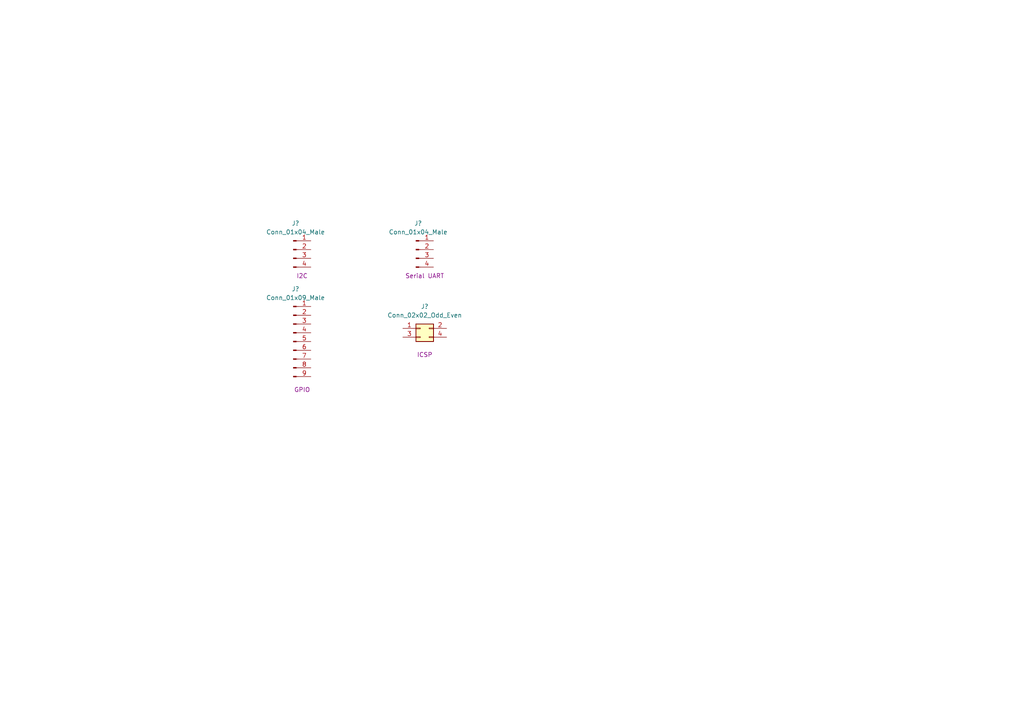
<source format=kicad_sch>
(kicad_sch (version 20211123) (generator eeschema)
  (paper "A4")
  (lib_symbols
    (symbol "Connector:Conn_01x04_Male" (pin_names (offset 1.016) hide)
      (property "Reference" "J" (at 0 5.08 0))
      (property "Value" "Conn_01x04_Male" (at 0 -7.62 0))
      (symbol "Conn_01x04_Male_1_1"
        (polyline (pts (xy 1.27 -5.08) (xy 0.8636 -5.08)) (stroke (width 0.1524)))
        (polyline (pts (xy 1.27 -2.54) (xy 0.8636 -2.54)) (stroke (width 0.1524)))
        (polyline (pts (xy 1.27 0) (xy 0.8636 0)) (stroke (width 0.1524)))
        (polyline (pts (xy 1.27 2.54) (xy 0.8636 2.54)) (stroke (width 0.1524)))
        (rectangle (start 0.8636 -4.953) (end 0 -5.207) (stroke (width 0.1524)) (fill (type outline)))
        (rectangle (start 0.8636 -2.413) (end 0 -2.667) (stroke (width 0.1524)) (fill (type outline)))
        (rectangle (start 0.8636 0.127) (end 0 -0.127) (stroke (width 0.1524)) (fill (type outline)))
        (rectangle (start 0.8636 2.667) (end 0 2.413) (stroke (width 0.1524)) (fill (type outline)))
        (pin passive line (at 5.08 2.54 180) (length 3.81) (name "Pin_1") (number "1"))
        (pin passive line (at 5.08 0 180) (length 3.81) (name "Pin_2") (number "2"))
        (pin passive line (at 5.08 -2.54 180) (length 3.81) (name "Pin_3") (number "3"))
        (pin passive line (at 5.08 -5.08 180) (length 3.81) (name "Pin_4") (number "4"))
      )
    )
    (symbol "Connector:Conn_01x09_Male" (pin_names (offset 1.016) hide)
      (property "Reference" "J" (at 0 12.7 0))
      (property "Value" "Conn_01x09_Male" (at 0 -12.7 0))
      (symbol "Conn_01x09_Male_1_1"
        (polyline (pts (xy 1.27 -10.16) (xy 0.8636 -10.16)) (stroke (width 0.1524)))
        (polyline (pts (xy 1.27 -7.62) (xy 0.8636 -7.62)) (stroke (width 0.1524)))
        (polyline (pts (xy 1.27 -5.08) (xy 0.8636 -5.08)) (stroke (width 0.1524)))
        (polyline (pts (xy 1.27 -2.54) (xy 0.8636 -2.54)) (stroke (width 0.1524)))
        (polyline (pts (xy 1.27 0) (xy 0.8636 0)) (stroke (width 0.1524)))
        (polyline (pts (xy 1.27 2.54) (xy 0.8636 2.54)) (stroke (width 0.1524)))
        (polyline (pts (xy 1.27 5.08) (xy 0.8636 5.08)) (stroke (width 0.1524)))
        (polyline (pts (xy 1.27 7.62) (xy 0.8636 7.62)) (stroke (width 0.1524)))
        (polyline (pts (xy 1.27 10.16) (xy 0.8636 10.16)) (stroke (width 0.1524)))
        (rectangle (start 0.8636 -10.033) (end 0 -10.287) (stroke (width 0.1524)) (fill (type outline)))
        (rectangle (start 0.8636 -7.493) (end 0 -7.747) (stroke (width 0.1524)) (fill (type outline)))
        (rectangle (start 0.8636 -4.953) (end 0 -5.207) (stroke (width 0.1524)) (fill (type outline)))
        (rectangle (start 0.8636 -2.413) (end 0 -2.667) (stroke (width 0.1524)) (fill (type outline)))
        (rectangle (start 0.8636 0.127) (end 0 -0.127) (stroke (width 0.1524)) (fill (type outline)))
        (rectangle (start 0.8636 2.667) (end 0 2.413) (stroke (width 0.1524)) (fill (type outline)))
        (rectangle (start 0.8636 5.207) (end 0 4.953) (stroke (width 0.1524)) (fill (type outline)))
        (rectangle (start 0.8636 7.747) (end 0 7.493) (stroke (width 0.1524)) (fill (type outline)))
        (rectangle (start 0.8636 10.287) (end 0 10.033) (stroke (width 0.1524)) (fill (type outline)))
        (pin passive line (at 5.08 10.16 180) (length 3.81) (name "Pin_1") (number "1"))
        (pin passive line (at 5.08 7.62 180) (length 3.81) (name "Pin_2") (number "2"))
        (pin passive line (at 5.08 5.08 180) (length 3.81) (name "Pin_3") (number "3"))
        (pin passive line (at 5.08 2.54 180) (length 3.81) (name "Pin_4") (number "4"))
        (pin passive line (at 5.08 0 180) (length 3.81) (name "Pin_5") (number "5"))
        (pin passive line (at 5.08 -2.54 180) (length 3.81) (name "Pin_6") (number "6"))
        (pin passive line (at 5.08 -5.08 180) (length 3.81) (name "Pin_7") (number "7"))
        (pin passive line (at 5.08 -7.62 180) (length 3.81) (name "Pin_8") (number "8"))
        (pin passive line (at 5.08 -10.16 180) (length 3.81) (name "Pin_9") (number "9"))
      )
    )
    (symbol "Connector_Generic:Conn_02x02_Odd_Even" (pin_names (offset 1.016) hide)
      (property "Reference" "J" (at 1.27 2.54 0))
      (property "Value" "Conn_02x02_Odd_Even" (at 1.27 -5.08 0))
      (symbol "Conn_02x02_Odd_Even_1_1"
        (rectangle (start -1.27 -2.413) (end 0 -2.667) (stroke (width 0.1524)))
        (rectangle (start -1.27 0.127) (end 0 -0.127) (stroke (width 0.1524)))
        (rectangle (start -1.27 1.27) (end 3.81 -3.81) (stroke (width 0.254)) (fill (type background)))
        (rectangle (start 3.81 -2.413) (end 2.54 -2.667) (stroke (width 0.1524)))
        (rectangle (start 3.81 0.127) (end 2.54 -0.127) (stroke (width 0.1524)))
        (pin passive line (at -5.08 0 0) (length 3.81) (name "Pin_1") (number "1"))
        (pin passive line (at 7.62 0 180) (length 3.81) (name "Pin_2") (number "2"))
        (pin passive line (at -5.08 -2.54 0) (length 3.81) (name "Pin_3") (number "3"))
        (pin passive line (at 7.62 -2.54 180) (length 3.81) (name "Pin_4") (number "4"))
      )
    )
  )
  (symbol (lib_id "Connector:Conn_01x09_Male") (at 85.09 99.06 0) (unit 1)
    (property "Reference" "J?" (at 85.725 83.82 0))
    (property "Value" "Conn_01x09_Male" (at 85.725 86.36 0))
    (property "Purpose" "GPIO" (at 87.63 113.03 0))
  )
  (symbol (lib_id "Connector:Conn_01x04_Male") (at 85.09 72.39 0) (unit 1)
    (property "Reference" "J?" (at 85.725 64.77 0))
    (property "Value" "Conn_01x04_Male" (at 85.725 67.31 0))
    (property "Purpose" "I2C" (at 87.63 80.01 0))
  )
  (symbol (lib_id "Connector:Conn_01x04_Male") (at 120.65 72.39 0) (unit 1)
    (property "Reference" "J?" (at 121.285 64.77 0))
    (property "Value" "Conn_01x04_Male" (at 121.285 67.31 0))
    (property "Purpose" "Serial UART" (at 123.19 80.01 0))
  )
  (symbol (lib_id "Connector_Generic:Conn_02x02_Odd_Even") (at 121.92 95.25 0) (unit 1)
    (property "Reference" "J?" (at 123.19 88.9 0))
    (property "Value" "Conn_02x02_Odd_Even" (at 123.19 91.44 0))
    (property "Purpose" "ICSP" (at 123.19 102.87 0))
  )
)
</source>
